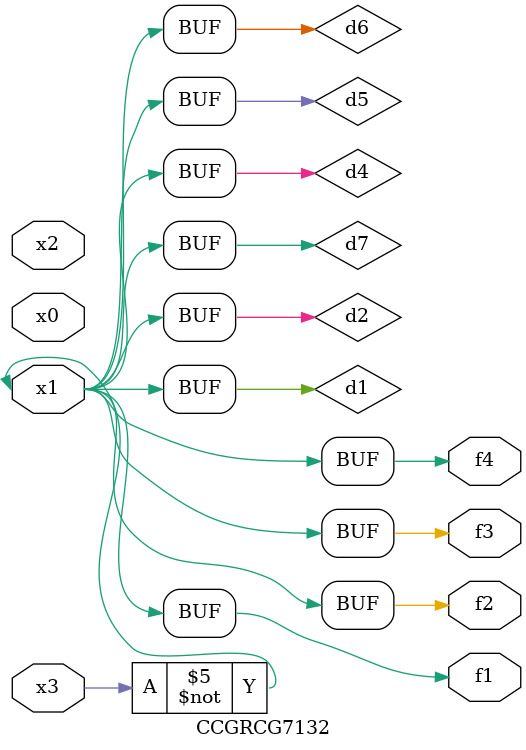
<source format=v>
module CCGRCG7132(
	input x0, x1, x2, x3,
	output f1, f2, f3, f4
);

	wire d1, d2, d3, d4, d5, d6, d7;

	not (d1, x3);
	buf (d2, x1);
	xnor (d3, d1, d2);
	nor (d4, d1);
	buf (d5, d1, d2);
	buf (d6, d4, d5);
	nand (d7, d4);
	assign f1 = d6;
	assign f2 = d7;
	assign f3 = d6;
	assign f4 = d6;
endmodule

</source>
